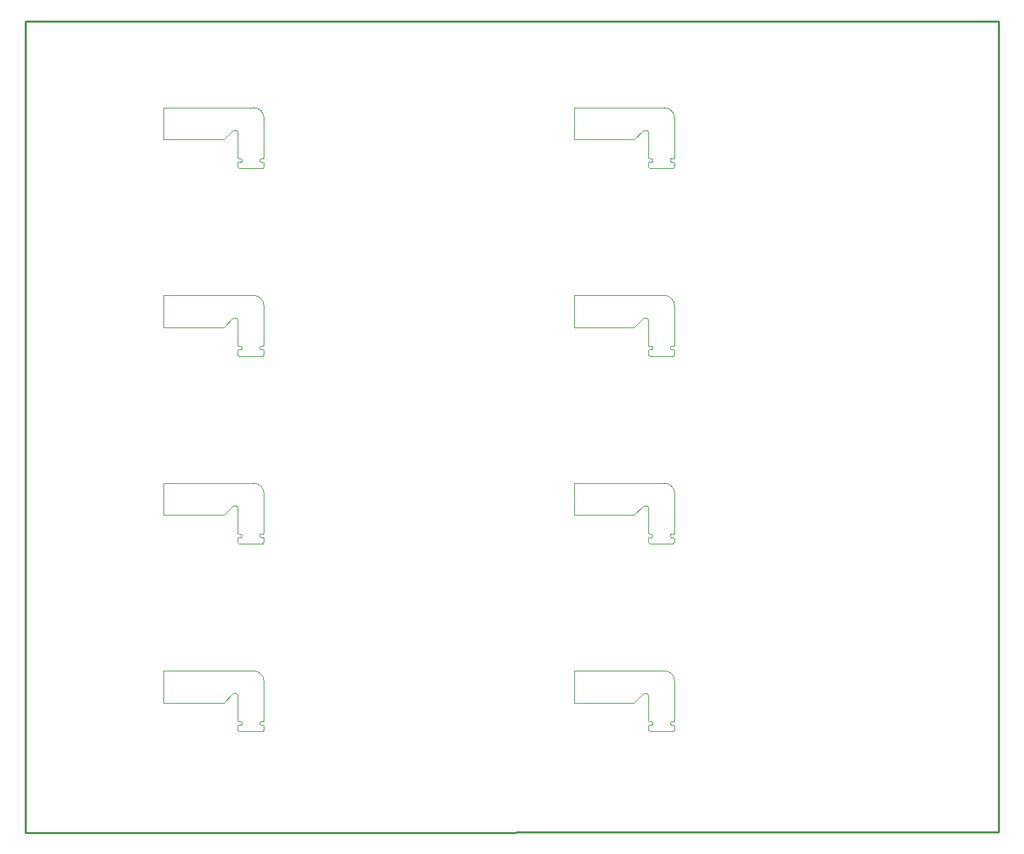
<source format=gm1>
G04*
G04 #@! TF.GenerationSoftware,Altium Limited,Altium Designer,22.6.1 (34)*
G04*
G04 Layer_Color=16711935*
%FSLAX44Y44*%
%MOMM*%
G71*
G04*
G04 #@! TF.SameCoordinates,710D9251-245E-4E71-9F22-FE530993EF8F*
G04*
G04*
G04 #@! TF.FilePolarity,Positive*
G04*
G01*
G75*
%ADD11C,0.2540*%
%ADD31C,0.0760*%
%ADD32C,0.0762*%
D11*
X-605790Y-499110D02*
Y501650D01*
Y-499110D02*
X594210Y-498350D01*
Y501650D01*
X-605790D02*
X594210D01*
D31*
X-311726Y-312269D02*
G03*
X-324426Y-299569I-12700J0D01*
G01*
X-343826Y-330265D02*
G03*
X-346622Y-327469I-2795J0D01*
G01*
X-311726Y-316969D02*
Y-312269D01*
X-328926Y-299569D02*
X-324426D01*
X-311726Y-347969D02*
Y-314869D01*
X-435226Y-299499D02*
X-328626D01*
X-343826Y-330265D02*
X-343826Y-361569D01*
X-350176Y-327519D02*
X-346426D01*
X-361526Y-338869D02*
X-350176Y-327519D01*
X-346726Y-327469D02*
X-346622D01*
X-435226Y-338869D02*
X-361526D01*
X-435226D02*
Y-299499D01*
X194524Y-312269D02*
G03*
X181824Y-299569I-12700J0D01*
G01*
X162424Y-330265D02*
G03*
X159628Y-327469I-2795J0D01*
G01*
X194524Y-316969D02*
Y-312269D01*
X177324Y-299569D02*
X181824D01*
X194524Y-347969D02*
Y-314869D01*
X71024Y-299499D02*
X177624D01*
X162424Y-330265D02*
X162424Y-361569D01*
X156074Y-327519D02*
X159824D01*
X144724Y-338869D02*
X156074Y-327519D01*
X159524Y-327469D02*
X159628D01*
X71024Y-338869D02*
X144724D01*
X71024D02*
Y-299499D01*
X-311726Y-80769D02*
G03*
X-324426Y-68069I-12700J0D01*
G01*
X-343826Y-98765D02*
G03*
X-346622Y-95969I-2795J0D01*
G01*
X-311726Y-85469D02*
Y-80769D01*
X-328926Y-68069D02*
X-324426D01*
X-311726Y-116469D02*
Y-83369D01*
X-435226Y-67999D02*
X-328626D01*
X-343826Y-98765D02*
X-343826Y-130069D01*
X-350176Y-96019D02*
X-346426D01*
X-361526Y-107369D02*
X-350176Y-96019D01*
X-346726Y-95969D02*
X-346622D01*
X-435226Y-107369D02*
X-361526D01*
X-435226D02*
Y-67999D01*
X194524Y-80769D02*
G03*
X181824Y-68069I-12700J0D01*
G01*
X162424Y-98765D02*
G03*
X159628Y-95969I-2795J0D01*
G01*
X194524Y-85469D02*
Y-80769D01*
X177324Y-68069D02*
X181824D01*
X194524Y-116469D02*
Y-83369D01*
X71024Y-67999D02*
X177624D01*
X162424Y-98765D02*
X162424Y-130069D01*
X156074Y-96019D02*
X159824D01*
X144724Y-107369D02*
X156074Y-96019D01*
X159524Y-95969D02*
X159628D01*
X71024Y-107369D02*
X144724D01*
X71024D02*
Y-67999D01*
X-311726Y150731D02*
G03*
X-324426Y163431I-12700J0D01*
G01*
X-343826Y132735D02*
G03*
X-346622Y135531I-2795J0D01*
G01*
X-311726Y146031D02*
Y150731D01*
X-328926Y163431D02*
X-324426D01*
X-311726Y115031D02*
Y148131D01*
X-435226Y163501D02*
X-328626D01*
X-343826Y132735D02*
X-343826Y101431D01*
X-350176Y135481D02*
X-346426D01*
X-361526Y124131D02*
X-350176Y135481D01*
X-346726Y135531D02*
X-346622D01*
X-435226Y124131D02*
X-361526D01*
X-435226D02*
Y163501D01*
X194524Y150731D02*
G03*
X181824Y163431I-12700J0D01*
G01*
X162424Y132735D02*
G03*
X159628Y135531I-2795J0D01*
G01*
X194524Y146031D02*
Y150731D01*
X177324Y163431D02*
X181824D01*
X194524Y115031D02*
Y148131D01*
X71024Y163501D02*
X177624D01*
X162424Y132735D02*
X162424Y101431D01*
X156074Y135481D02*
X159824D01*
X144724Y124131D02*
X156074Y135481D01*
X159524Y135531D02*
X159628D01*
X71024Y124131D02*
X144724D01*
X71024D02*
Y163501D01*
X-311726Y382231D02*
G03*
X-324426Y394931I-12700J0D01*
G01*
X-343826Y364235D02*
G03*
X-346622Y367031I-2795J0D01*
G01*
X-311726Y377531D02*
Y382231D01*
X-328926Y394931D02*
X-324426D01*
X-311726Y346531D02*
Y379631D01*
X-435226Y395001D02*
X-328626D01*
X-343826Y364235D02*
X-343826Y332931D01*
X-350176Y366981D02*
X-346426D01*
X-361526Y355631D02*
X-350176Y366981D01*
X-346726Y367031D02*
X-346622D01*
X-435226Y355631D02*
X-361526D01*
X-435226D02*
Y395001D01*
X194524Y382231D02*
G03*
X181824Y394931I-12700J0D01*
G01*
X162424Y364235D02*
G03*
X159628Y367031I-2795J0D01*
G01*
X194524Y377531D02*
Y382231D01*
X177324Y394931D02*
X181824D01*
X194524Y346531D02*
Y379631D01*
X71024Y395001D02*
X177624D01*
X162424Y364235D02*
X162424Y332931D01*
X156074Y366981D02*
X159824D01*
X144724Y355631D02*
X156074Y366981D01*
X159524Y367031D02*
X159628D01*
X71024Y355631D02*
X144724D01*
X71024D02*
Y395001D01*
D32*
X-313276Y-374265D02*
G03*
X-311776Y-372765I0J1500D01*
G01*
X-343776Y-361265D02*
G03*
X-342776Y-362265I1000J0D01*
G01*
X-311776Y-367265D02*
G03*
X-312776Y-366265I-1000J0D01*
G01*
X-338776Y-363265D02*
G03*
X-339776Y-362265I-1000J0D01*
G01*
X-316776Y-365265D02*
G03*
X-315776Y-366265I1000J0D01*
G01*
Y-362265D02*
G03*
X-316776Y-363265I0J-1000D01*
G01*
X-339776Y-366265D02*
G03*
X-338776Y-365265I0J1000D01*
G01*
X-312776Y-362265D02*
G03*
X-311776Y-361265I0J1000D01*
G01*
X-342776Y-366265D02*
G03*
X-343776Y-367265I0J-1000D01*
G01*
Y-372765D02*
G03*
X-342276Y-374265I1500J0D01*
G01*
X-342776Y-362265D02*
X-339776D01*
X-315776Y-366265D02*
X-312776D01*
X-338776Y-365265D02*
Y-363265D01*
X-316776Y-365265D02*
Y-363265D01*
X-315776Y-362265D02*
X-312776D01*
X-342776Y-366265D02*
X-339776D01*
X-311776Y-361265D02*
Y-347965D01*
X-343776Y-372765D02*
Y-367265D01*
X-342276Y-374265D02*
X-313276D01*
X-311776Y-372765D02*
Y-367265D01*
X192974Y-374265D02*
G03*
X194474Y-372765I0J1500D01*
G01*
X162474Y-361265D02*
G03*
X163474Y-362265I1000J0D01*
G01*
X194474Y-367265D02*
G03*
X193474Y-366265I-1000J0D01*
G01*
X167474Y-363265D02*
G03*
X166474Y-362265I-1000J0D01*
G01*
X189474Y-365265D02*
G03*
X190474Y-366265I1000J0D01*
G01*
Y-362265D02*
G03*
X189474Y-363265I0J-1000D01*
G01*
X166474Y-366265D02*
G03*
X167474Y-365265I0J1000D01*
G01*
X193474Y-362265D02*
G03*
X194474Y-361265I0J1000D01*
G01*
X163474Y-366265D02*
G03*
X162474Y-367265I0J-1000D01*
G01*
Y-372765D02*
G03*
X163974Y-374265I1500J0D01*
G01*
X163474Y-362265D02*
X166474D01*
X190474Y-366265D02*
X193474D01*
X167474Y-365265D02*
Y-363265D01*
X189474Y-365265D02*
Y-363265D01*
X190474Y-362265D02*
X193474D01*
X163474Y-366265D02*
X166474D01*
X194474Y-361265D02*
Y-347965D01*
X162474Y-372765D02*
Y-367265D01*
X163974Y-374265D02*
X192974D01*
X194474Y-372765D02*
Y-367265D01*
X-313276Y-142765D02*
G03*
X-311776Y-141265I0J1500D01*
G01*
X-343776Y-129765D02*
G03*
X-342776Y-130765I1000J0D01*
G01*
X-311776Y-135765D02*
G03*
X-312776Y-134765I-1000J0D01*
G01*
X-338776Y-131765D02*
G03*
X-339776Y-130765I-1000J0D01*
G01*
X-316776Y-133765D02*
G03*
X-315776Y-134765I1000J0D01*
G01*
Y-130765D02*
G03*
X-316776Y-131765I0J-1000D01*
G01*
X-339776Y-134765D02*
G03*
X-338776Y-133765I0J1000D01*
G01*
X-312776Y-130765D02*
G03*
X-311776Y-129765I0J1000D01*
G01*
X-342776Y-134765D02*
G03*
X-343776Y-135765I0J-1000D01*
G01*
Y-141265D02*
G03*
X-342276Y-142765I1500J0D01*
G01*
X-342776Y-130765D02*
X-339776D01*
X-315776Y-134765D02*
X-312776D01*
X-338776Y-133765D02*
Y-131765D01*
X-316776Y-133765D02*
Y-131765D01*
X-315776Y-130765D02*
X-312776D01*
X-342776Y-134765D02*
X-339776D01*
X-311776Y-129765D02*
Y-116465D01*
X-343776Y-141265D02*
Y-135765D01*
X-342276Y-142765D02*
X-313276D01*
X-311776Y-141265D02*
Y-135765D01*
X192974Y-142765D02*
G03*
X194474Y-141265I0J1500D01*
G01*
X162474Y-129765D02*
G03*
X163474Y-130765I1000J0D01*
G01*
X194474Y-135765D02*
G03*
X193474Y-134765I-1000J0D01*
G01*
X167474Y-131765D02*
G03*
X166474Y-130765I-1000J0D01*
G01*
X189474Y-133765D02*
G03*
X190474Y-134765I1000J0D01*
G01*
Y-130765D02*
G03*
X189474Y-131765I0J-1000D01*
G01*
X166474Y-134765D02*
G03*
X167474Y-133765I0J1000D01*
G01*
X193474Y-130765D02*
G03*
X194474Y-129765I0J1000D01*
G01*
X163474Y-134765D02*
G03*
X162474Y-135765I0J-1000D01*
G01*
Y-141265D02*
G03*
X163974Y-142765I1500J0D01*
G01*
X163474Y-130765D02*
X166474D01*
X190474Y-134765D02*
X193474D01*
X167474Y-133765D02*
Y-131765D01*
X189474Y-133765D02*
Y-131765D01*
X190474Y-130765D02*
X193474D01*
X163474Y-134765D02*
X166474D01*
X194474Y-129765D02*
Y-116465D01*
X162474Y-141265D02*
Y-135765D01*
X163974Y-142765D02*
X192974D01*
X194474Y-141265D02*
Y-135765D01*
X-313276Y88735D02*
G03*
X-311776Y90235I0J1500D01*
G01*
X-343776Y101735D02*
G03*
X-342776Y100735I1000J0D01*
G01*
X-311776Y95735D02*
G03*
X-312776Y96735I-1000J0D01*
G01*
X-338776Y99735D02*
G03*
X-339776Y100735I-1000J0D01*
G01*
X-316776Y97735D02*
G03*
X-315776Y96735I1000J0D01*
G01*
Y100735D02*
G03*
X-316776Y99735I0J-1000D01*
G01*
X-339776Y96735D02*
G03*
X-338776Y97735I0J1000D01*
G01*
X-312776Y100735D02*
G03*
X-311776Y101735I0J1000D01*
G01*
X-342776Y96735D02*
G03*
X-343776Y95735I0J-1000D01*
G01*
Y90235D02*
G03*
X-342276Y88735I1500J0D01*
G01*
X-342776Y100735D02*
X-339776D01*
X-315776Y96735D02*
X-312776D01*
X-338776Y97735D02*
Y99735D01*
X-316776Y97735D02*
Y99735D01*
X-315776Y100735D02*
X-312776D01*
X-342776Y96735D02*
X-339776D01*
X-311776Y101735D02*
Y115035D01*
X-343776Y90235D02*
Y95735D01*
X-342276Y88735D02*
X-313276D01*
X-311776Y90235D02*
Y95735D01*
X192974Y88735D02*
G03*
X194474Y90235I0J1500D01*
G01*
X162474Y101735D02*
G03*
X163474Y100735I1000J0D01*
G01*
X194474Y95735D02*
G03*
X193474Y96735I-1000J0D01*
G01*
X167474Y99735D02*
G03*
X166474Y100735I-1000J0D01*
G01*
X189474Y97735D02*
G03*
X190474Y96735I1000J0D01*
G01*
Y100735D02*
G03*
X189474Y99735I0J-1000D01*
G01*
X166474Y96735D02*
G03*
X167474Y97735I0J1000D01*
G01*
X193474Y100735D02*
G03*
X194474Y101735I0J1000D01*
G01*
X163474Y96735D02*
G03*
X162474Y95735I0J-1000D01*
G01*
Y90235D02*
G03*
X163974Y88735I1500J0D01*
G01*
X163474Y100735D02*
X166474D01*
X190474Y96735D02*
X193474D01*
X167474Y97735D02*
Y99735D01*
X189474Y97735D02*
Y99735D01*
X190474Y100735D02*
X193474D01*
X163474Y96735D02*
X166474D01*
X194474Y101735D02*
Y115035D01*
X162474Y90235D02*
Y95735D01*
X163974Y88735D02*
X192974D01*
X194474Y90235D02*
Y95735D01*
X-313276Y320235D02*
G03*
X-311776Y321735I0J1500D01*
G01*
X-343776Y333235D02*
G03*
X-342776Y332235I1000J0D01*
G01*
X-311776Y327235D02*
G03*
X-312776Y328235I-1000J0D01*
G01*
X-338776Y331235D02*
G03*
X-339776Y332235I-1000J0D01*
G01*
X-316776Y329235D02*
G03*
X-315776Y328235I1000J0D01*
G01*
Y332235D02*
G03*
X-316776Y331235I0J-1000D01*
G01*
X-339776Y328235D02*
G03*
X-338776Y329235I0J1000D01*
G01*
X-312776Y332235D02*
G03*
X-311776Y333235I0J1000D01*
G01*
X-342776Y328235D02*
G03*
X-343776Y327235I0J-1000D01*
G01*
Y321735D02*
G03*
X-342276Y320235I1500J0D01*
G01*
X-342776Y332235D02*
X-339776D01*
X-315776Y328235D02*
X-312776D01*
X-338776Y329235D02*
Y331235D01*
X-316776Y329235D02*
Y331235D01*
X-315776Y332235D02*
X-312776D01*
X-342776Y328235D02*
X-339776D01*
X-311776Y333235D02*
Y346535D01*
X-343776Y321735D02*
Y327235D01*
X-342276Y320235D02*
X-313276D01*
X-311776Y321735D02*
Y327235D01*
X192974Y320235D02*
G03*
X194474Y321735I0J1500D01*
G01*
X162474Y333235D02*
G03*
X163474Y332235I1000J0D01*
G01*
X194474Y327235D02*
G03*
X193474Y328235I-1000J0D01*
G01*
X167474Y331235D02*
G03*
X166474Y332235I-1000J0D01*
G01*
X189474Y329235D02*
G03*
X190474Y328235I1000J0D01*
G01*
Y332235D02*
G03*
X189474Y331235I0J-1000D01*
G01*
X166474Y328235D02*
G03*
X167474Y329235I0J1000D01*
G01*
X193474Y332235D02*
G03*
X194474Y333235I0J1000D01*
G01*
X163474Y328235D02*
G03*
X162474Y327235I0J-1000D01*
G01*
Y321735D02*
G03*
X163974Y320235I1500J0D01*
G01*
X163474Y332235D02*
X166474D01*
X190474Y328235D02*
X193474D01*
X167474Y329235D02*
Y331235D01*
X189474Y329235D02*
Y331235D01*
X190474Y332235D02*
X193474D01*
X163474Y328235D02*
X166474D01*
X194474Y333235D02*
Y346535D01*
X162474Y321735D02*
Y327235D01*
X163974Y320235D02*
X192974D01*
X194474Y321735D02*
Y327235D01*
M02*

</source>
